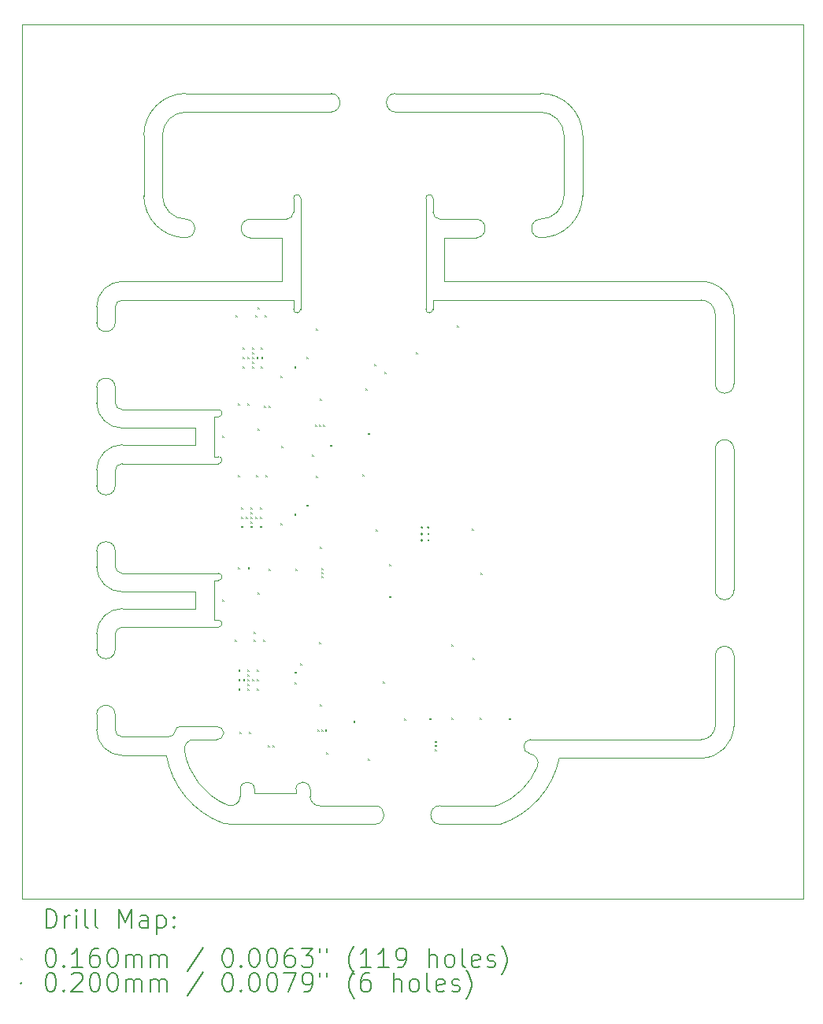
<source format=gbr>
%TF.GenerationSoftware,KiCad,Pcbnew,8.0.2*%
%TF.CreationDate,2024-09-08T21:35:49-05:00*%
%TF.ProjectId,PM1C_Rev_1_2,504d3143-5f52-4657-965f-315f322e6b69,1*%
%TF.SameCoordinates,PX297003ePY8770cd2*%
%TF.FileFunction,Drillmap*%
%TF.FilePolarity,Positive*%
%FSLAX45Y45*%
G04 Gerber Fmt 4.5, Leading zero omitted, Abs format (unit mm)*
G04 Created by KiCad (PCBNEW 8.0.2) date 2024-09-08 21:35:49*
%MOMM*%
%LPD*%
G01*
G04 APERTURE LIST*
%ADD10C,0.050000*%
%ADD11C,0.200000*%
%ADD12C,0.100000*%
G04 APERTURE END LIST*
D10*
X4009706Y8456956D02*
G75*
G02*
X4010127Y8656730I6571J99873D01*
G01*
X1696916Y1851797D02*
X2092457Y1851479D01*
X7451299Y1855148D02*
X7451299Y2619468D01*
X4415422Y6335486D02*
G75*
G02*
X4339222Y6335486I-38100J0D01*
G01*
X1307262Y8204388D02*
X1307358Y7554619D01*
X-43Y9399979D02*
X8399957Y9399979D01*
X8399957Y-21D01*
X-43Y-21D01*
X-43Y9399979D01*
X2916820Y7529854D02*
G75*
G02*
X2993020Y7529854I38100J0D01*
G01*
X999858Y6189978D02*
G75*
G02*
X799599Y6191485I-100091J5911D01*
G01*
X799986Y3738974D02*
G75*
G02*
X1000074Y3742414I100096J-1285D01*
G01*
X2245477Y800264D02*
G75*
G02*
X2155679Y812856I-3740J299815D01*
G01*
X2204555Y1007820D02*
G75*
G02*
X1744683Y1593732I293102J703480D01*
G01*
X2793187Y6636154D02*
X2793283Y7104836D01*
X7651176Y3318797D02*
G75*
G02*
X7451262Y3320089I-99999J-5867D01*
G01*
X799986Y2850461D02*
G75*
G02*
X1078675Y3119543I276211J-7212D01*
G01*
X5824962Y7558971D02*
X5825124Y8202955D01*
X1865390Y5059220D02*
X1865390Y4880216D01*
X4339222Y7529854D02*
G75*
G02*
X4415422Y7529854I38100J0D01*
G01*
X2109728Y3498509D02*
G75*
G02*
X2109728Y3422070I769J-38219D01*
G01*
X5142444Y800461D02*
X4492170Y800461D01*
X1507118Y8202955D02*
X1507214Y7558843D01*
X2345320Y1101480D02*
G75*
G02*
X2204554Y1007817I-101563J29D01*
G01*
X5573408Y8656730D02*
G75*
G02*
X6024981Y8204417I-2171J-453741D01*
G01*
X5573408Y8656730D02*
X4010127Y8656730D01*
X7451169Y6283086D02*
X7451169Y5531874D01*
X2942220Y1177680D02*
G75*
G02*
X3094620Y1177680I76200J0D01*
G01*
X1000074Y2842906D02*
X1000074Y2675173D01*
X1865347Y3298542D02*
X1865347Y3119538D01*
X2155679Y812855D02*
G75*
G02*
X1550548Y1540413I337998J896554D01*
G01*
X1000074Y4601096D02*
G75*
G02*
X1076274Y4677292I76203J-7D01*
G01*
X4539055Y6636182D02*
X7300975Y6636182D01*
X1758834Y8656702D02*
X3322115Y8656702D01*
X2993020Y6335486D02*
G75*
G02*
X2916820Y6335486I-38100J0D01*
G01*
X799986Y3567126D02*
X799986Y3738974D01*
X2449227Y7304870D02*
X2840716Y7304842D01*
X4009706Y8456956D02*
X5571123Y8456956D01*
X2109730Y2995409D02*
X2065730Y2995500D01*
X6024818Y7554775D02*
G75*
G02*
X5572415Y7104991I-454011J4244D01*
G01*
X1076500Y5256500D02*
X1989589Y5256428D01*
X2168877Y1780399D02*
G75*
G02*
X2089957Y1709974I-76130J5881D01*
G01*
X2065728Y3421969D02*
X2065691Y2995485D01*
X2916916Y7381042D02*
G75*
G02*
X2840716Y7304840I-76209J8D01*
G01*
X7298769Y6435486D02*
G75*
G02*
X7451174Y6283086I8J-152397D01*
G01*
X2109959Y4676971D02*
X1989591Y4677062D01*
X3798164Y800264D02*
X2245477Y800264D01*
X2916820Y6335486D02*
X2916820Y6435486D01*
X1761215Y7304842D02*
G75*
G02*
X1507219Y7558843I2J253998D01*
G01*
X1000074Y1816491D02*
X1000074Y1981804D01*
X2109730Y2995409D02*
G75*
G02*
X2109730Y2918970I777J-38220D01*
G01*
X1076271Y3498489D02*
X1989360Y3498417D01*
X1865347Y3119538D02*
X1078675Y3119538D01*
X3196221Y999984D02*
G75*
G02*
X3094622Y1101584I16J101615D01*
G01*
X799599Y6363333D02*
G75*
G02*
X1078885Y6636149I278658J-5904D01*
G01*
X7651176Y3318797D02*
X7651176Y4835700D01*
X1865390Y5059220D02*
X1078717Y5059220D01*
X4339222Y6335486D02*
X4339222Y7529854D01*
X1865390Y4880216D02*
X1078717Y4880216D01*
X2942220Y1135984D02*
X2942220Y1177680D01*
X5463321Y1710827D02*
X5469523Y1711080D01*
X5469523Y1711081D02*
X7298769Y1711081D01*
X7451266Y3320089D02*
X7451266Y4836992D01*
X1076500Y5256500D02*
G75*
G02*
X999998Y5333000I-53J76449D01*
G01*
X1000074Y2842906D02*
G75*
G02*
X1076274Y2919102I76203J-7D01*
G01*
X4490412Y1000098D02*
X5088774Y1000098D01*
X1000500Y5496500D02*
X1000000Y5333000D01*
X2793283Y7104836D02*
X2448806Y7105096D01*
X3094620Y1177680D02*
X3094620Y1101584D01*
X1989490Y2919285D02*
X1076045Y2919285D01*
X5119940Y1005167D02*
G75*
G02*
X5088774Y999983I-28313J73943D01*
G01*
X4539055Y6636182D02*
X4538893Y7104993D01*
X4882949Y7304941D02*
G75*
G02*
X4883370Y7105164I-6152J-99902D01*
G01*
X7302216Y1511511D02*
X5775190Y1511511D01*
X4415422Y7529854D02*
X4415260Y7381170D01*
X1647256Y1807619D02*
G75*
G02*
X1696916Y1851799I49651J-5809D01*
G01*
X7451299Y2619468D02*
G75*
G02*
X7650611Y2619818I99668J-6669D01*
G01*
X1076274Y3498481D02*
G75*
G02*
X1000079Y3574681I-7J76188D01*
G01*
X2109728Y3498509D02*
X1989360Y3498417D01*
X2345320Y1177680D02*
G75*
G02*
X2497720Y1177680I76200J0D01*
G01*
X2109957Y5180071D02*
X2065957Y5179979D01*
X3196221Y999984D02*
X3799351Y999984D01*
X4538893Y7104993D02*
X4883370Y7105167D01*
X999858Y6189978D02*
X999858Y6358266D01*
X800029Y5499652D02*
G75*
G02*
X1000494Y5496500I100188J-4402D01*
G01*
X1000074Y3574681D02*
X1000074Y3742414D01*
X1865347Y3298542D02*
X1078675Y3298542D01*
X7451299Y1855148D02*
G75*
G02*
X7298769Y1711078I-152542J8722D01*
G01*
X2793187Y6636154D02*
X1078885Y6636154D01*
X999858Y6358266D02*
G75*
G02*
X1076274Y6435483I76419J793D01*
G01*
X3799351Y999984D02*
G75*
G02*
X3798164Y800264I-8234J-99815D01*
G01*
X2916820Y6435486D02*
X1076274Y6435486D01*
X2448806Y7105096D02*
G75*
G02*
X2449227Y7304870I6571J99874D01*
G01*
X1761215Y7304842D02*
G75*
G02*
X1759761Y7104838I-6158J-99962D01*
G01*
X7451266Y4836992D02*
G75*
G02*
X7651178Y4835700I99931J-4533D01*
G01*
X799982Y1982425D02*
G75*
G02*
X1000071Y1981804I100035J-3266D01*
G01*
X4415422Y6435486D02*
X4415422Y6335486D01*
X799986Y2850461D02*
X799986Y2678613D01*
X5458944Y1559418D02*
G75*
G02*
X5538730Y1419991I-14097J-100609D01*
G01*
X2993020Y7529854D02*
X2993020Y6335486D01*
X2065957Y5179979D02*
X2065920Y4753496D01*
X4491460Y7304970D02*
X4882949Y7304941D01*
X2109959Y4753420D02*
G75*
G02*
X2109959Y4676979I778J-38220D01*
G01*
X7298769Y6435486D02*
X4415422Y6435486D01*
X2092457Y1851479D02*
G75*
G02*
X2168881Y1780399I-330J-76980D01*
G01*
X5571123Y8456956D02*
G75*
G02*
X5825124Y8202955I-16J-254017D01*
G01*
X2109730Y2918960D02*
X1989362Y2919052D01*
X1000116Y4435851D02*
G75*
G02*
X800028Y4439291I-99993J4735D01*
G01*
X2109957Y5256519D02*
G75*
G02*
X2109957Y5180079I770J-38220D01*
G01*
X800029Y4611139D02*
X800029Y4439291D01*
X5538732Y1419991D02*
G75*
G02*
X5119939Y1005169I-702525J290439D01*
G01*
X1078675Y3298542D02*
G75*
G02*
X799987Y3567126I-2988J275777D01*
G01*
X800029Y4611139D02*
G75*
G02*
X1078717Y4880221I276208J-7210D01*
G01*
X1507118Y8202955D02*
G75*
G02*
X1761119Y8456958I253989J14D01*
G01*
X2497720Y1177680D02*
X2497720Y1135984D01*
X2497720Y1135984D02*
X2942220Y1135984D01*
X2109957Y5256519D02*
X1989589Y5256428D01*
X2109728Y3422060D02*
X2065728Y3421969D01*
X1075846Y1540413D02*
G75*
G02*
X799981Y1817113I411J276276D01*
G01*
X7650683Y6285306D02*
X7651290Y5534094D01*
X2916916Y7381042D02*
X2916820Y7529854D01*
X1744682Y1593732D02*
G75*
G02*
X1844957Y1709972I99535J15507D01*
G01*
X1076274Y1740291D02*
G75*
G02*
X1000079Y1816491I-7J76188D01*
G01*
X800029Y5327804D02*
X800029Y5499652D01*
X1759761Y7104836D02*
G75*
G02*
X1307361Y7554619I1596J454013D01*
G01*
X5824962Y7558971D02*
G75*
G02*
X5570961Y7304974I-253985J-12D01*
G01*
X4492170Y800461D02*
G75*
G02*
X4490412Y1000098I227J99828D01*
G01*
X799982Y1817113D02*
X799982Y1982425D01*
X3322536Y8456927D02*
X1761119Y8456927D01*
X799599Y6363333D02*
X799599Y6191485D01*
X5572415Y7104993D02*
G75*
G02*
X5570961Y7304966I4702J100026D01*
G01*
X1307262Y8204388D02*
G75*
G02*
X1758834Y8656702I453750J-1433D01*
G01*
X1078717Y5059220D02*
G75*
G02*
X800025Y5327804I-3000J275769D01*
G01*
X4491460Y7304970D02*
G75*
G02*
X4415258Y7381170I-3J76199D01*
G01*
X2089957Y1709979D02*
X1844957Y1709979D01*
X7300975Y6636182D02*
G75*
G02*
X7650679Y6285306I-3408J-353103D01*
G01*
X1076274Y1740291D02*
X1571574Y1740291D01*
X1000074Y4601096D02*
X1000116Y4435851D01*
X6024980Y8204417D02*
X6024818Y7554775D01*
X1000074Y2675173D02*
G75*
G02*
X799987Y2678613I-99992J4726D01*
G01*
X3322115Y8656702D02*
G75*
G02*
X3322536Y8456924I-6158J-99902D01*
G01*
X1550549Y1540413D02*
X1075846Y1540413D01*
X7650603Y1855498D02*
X7650603Y2619818D01*
X2345320Y1101480D02*
X2345320Y1177680D01*
X1647256Y1807619D02*
G75*
G02*
X1571574Y1740293I-75679J8871D01*
G01*
X5775190Y1511511D02*
G75*
G02*
X5142444Y800461I-940919J200243D01*
G01*
X5458944Y1559418D02*
G75*
G02*
X5463321Y1710825I10564J75461D01*
G01*
X7650667Y1855496D02*
G75*
G02*
X7302216Y1511516I-351900J7993D01*
G01*
X2109959Y4753420D02*
X2065959Y4753511D01*
X7651290Y5534094D02*
G75*
G02*
X7451165Y5531874I-100074J-125D01*
G01*
X1989719Y4677296D02*
X1076274Y4677296D01*
D11*
D12*
X2150457Y4975479D02*
X2166457Y4959479D01*
X2166457Y4975479D02*
X2150457Y4959479D01*
X2150457Y3217479D02*
X2166457Y3201479D01*
X2166457Y3217479D02*
X2150457Y3201479D01*
X2287069Y2784339D02*
X2303069Y2768339D01*
X2303069Y2784339D02*
X2287069Y2768339D01*
X2295469Y6275989D02*
X2311469Y6259989D01*
X2311469Y6275989D02*
X2295469Y6259989D01*
X2317047Y4553489D02*
X2333047Y4537489D01*
X2333047Y4553489D02*
X2317047Y4537489D01*
X2319741Y5322060D02*
X2335741Y5306060D01*
X2335741Y5322060D02*
X2319741Y5306060D01*
X2319741Y3564360D02*
X2335741Y3548360D01*
X2335741Y3564360D02*
X2319741Y3548360D01*
X2323722Y2460479D02*
X2339722Y2444479D01*
X2339722Y2460479D02*
X2323722Y2444479D01*
X2323722Y2360479D02*
X2339722Y2344479D01*
X2339722Y2360479D02*
X2323722Y2344479D01*
X2323722Y2260479D02*
X2339722Y2244479D01*
X2339722Y2260479D02*
X2323722Y2244479D01*
X2335957Y1796979D02*
X2351957Y1780979D01*
X2351957Y1796979D02*
X2335957Y1780979D01*
X2354535Y4208479D02*
X2370535Y4192479D01*
X2370535Y4208479D02*
X2354535Y4192479D01*
X2354535Y4108479D02*
X2370535Y4092479D01*
X2370535Y4108479D02*
X2354535Y4092479D01*
X2354535Y4008479D02*
X2370535Y3992479D01*
X2370535Y4008479D02*
X2354535Y3992479D01*
X2368035Y5924979D02*
X2384035Y5908979D01*
X2384035Y5924979D02*
X2368035Y5908979D01*
X2368035Y5824979D02*
X2384035Y5808979D01*
X2384035Y5824979D02*
X2368035Y5808979D01*
X2368035Y5724979D02*
X2384035Y5708979D01*
X2384035Y5724979D02*
X2368035Y5708979D01*
X2373722Y2360479D02*
X2389722Y2344479D01*
X2389722Y2360479D02*
X2373722Y2344479D01*
X2404535Y4108479D02*
X2420535Y4092479D01*
X2420535Y4108479D02*
X2404535Y4092479D01*
X2418035Y5824979D02*
X2434035Y5808979D01*
X2434035Y5824979D02*
X2418035Y5808979D01*
X2419741Y5322060D02*
X2435741Y5306060D01*
X2435741Y5322060D02*
X2419741Y5306060D01*
X2423722Y2460479D02*
X2439722Y2444479D01*
X2439722Y2460479D02*
X2423722Y2444479D01*
X2423722Y2410479D02*
X2439722Y2394479D01*
X2439722Y2410479D02*
X2423722Y2394479D01*
X2423722Y2360479D02*
X2439722Y2344479D01*
X2439722Y2360479D02*
X2423722Y2344479D01*
X2423722Y2310479D02*
X2439722Y2294479D01*
X2439722Y2310479D02*
X2423722Y2294479D01*
X2423722Y2260479D02*
X2439722Y2244479D01*
X2439722Y2260479D02*
X2423722Y2244479D01*
X2424957Y3562979D02*
X2440957Y3546979D01*
X2440957Y3562979D02*
X2424957Y3546979D01*
X2437957Y1796979D02*
X2453957Y1780979D01*
X2453957Y1796979D02*
X2437957Y1780979D01*
X2454535Y4208479D02*
X2470535Y4192479D01*
X2470535Y4208479D02*
X2454535Y4192479D01*
X2454535Y4158479D02*
X2470535Y4142479D01*
X2470535Y4158479D02*
X2454535Y4142479D01*
X2454535Y4108479D02*
X2470535Y4092479D01*
X2470535Y4108479D02*
X2454535Y4092479D01*
X2454535Y4058479D02*
X2470535Y4042479D01*
X2470535Y4058479D02*
X2454535Y4042479D01*
X2454535Y4008479D02*
X2470535Y3992479D01*
X2470535Y4008479D02*
X2454535Y3992479D01*
X2468035Y5924979D02*
X2484035Y5908979D01*
X2484035Y5924979D02*
X2468035Y5908979D01*
X2468035Y5874979D02*
X2484035Y5858979D01*
X2484035Y5874979D02*
X2468035Y5858979D01*
X2468035Y5824979D02*
X2484035Y5808979D01*
X2484035Y5824979D02*
X2468035Y5808979D01*
X2468035Y5774979D02*
X2484035Y5758979D01*
X2484035Y5774979D02*
X2468035Y5758979D01*
X2468035Y5724979D02*
X2484035Y5708979D01*
X2484035Y5724979D02*
X2468035Y5708979D01*
X2473722Y2360479D02*
X2489722Y2344479D01*
X2489722Y2360479D02*
X2473722Y2344479D01*
X2487057Y2784329D02*
X2503057Y2768329D01*
X2503057Y2784329D02*
X2487057Y2768329D01*
X2491957Y2869479D02*
X2507957Y2853479D01*
X2507957Y2869479D02*
X2491957Y2853479D01*
X2503957Y6275479D02*
X2519957Y6259479D01*
X2519957Y6275479D02*
X2503957Y6259479D01*
X2504535Y4108479D02*
X2520535Y4092479D01*
X2520535Y4108479D02*
X2504535Y4092479D01*
X2517035Y4553479D02*
X2533035Y4537479D01*
X2533035Y4553479D02*
X2517035Y4537479D01*
X2518035Y5824979D02*
X2534035Y5808979D01*
X2534035Y5824979D02*
X2518035Y5808979D01*
X2523457Y2260479D02*
X2539457Y2244479D01*
X2539457Y2260479D02*
X2523457Y2244479D01*
X2524144Y2460479D02*
X2540144Y2444479D01*
X2540144Y2460479D02*
X2524144Y2444479D01*
X2524144Y2360479D02*
X2540144Y2344479D01*
X2540144Y2360479D02*
X2524144Y2344479D01*
X2526957Y6359479D02*
X2542957Y6343479D01*
X2542957Y6359479D02*
X2526957Y6343479D01*
X2529720Y5052023D02*
X2545720Y5036023D01*
X2545720Y5052023D02*
X2529720Y5036023D01*
X2529720Y3294323D02*
X2545720Y3278323D01*
X2545720Y3294323D02*
X2529720Y3278323D01*
X2554270Y4008479D02*
X2570270Y3992479D01*
X2570270Y4008479D02*
X2554270Y3992479D01*
X2554957Y4208479D02*
X2570957Y4192479D01*
X2570957Y4208479D02*
X2554957Y4192479D01*
X2554957Y4108479D02*
X2570957Y4092479D01*
X2570957Y4108479D02*
X2554957Y4092479D01*
X2566957Y5924979D02*
X2582957Y5908979D01*
X2582957Y5924979D02*
X2566957Y5908979D01*
X2567770Y5724979D02*
X2583770Y5708979D01*
X2583770Y5724979D02*
X2567770Y5708979D01*
X2568457Y5824979D02*
X2584457Y5808979D01*
X2584457Y5824979D02*
X2568457Y5808979D01*
X2587069Y2784339D02*
X2603069Y2768339D01*
X2603069Y2784339D02*
X2587069Y2768339D01*
X2599720Y5302035D02*
X2615720Y5286035D01*
X2615720Y5302035D02*
X2599720Y5286035D01*
X2609457Y6275979D02*
X2625457Y6259979D01*
X2625457Y6275979D02*
X2609457Y6259979D01*
X2617047Y4553489D02*
X2633047Y4537489D01*
X2633047Y4553489D02*
X2617047Y4537489D01*
X2640957Y1649479D02*
X2656957Y1633479D01*
X2656957Y1649479D02*
X2640957Y1633479D01*
X2649720Y5302035D02*
X2665720Y5286035D01*
X2665720Y5302035D02*
X2649720Y5286035D01*
X2649720Y3544335D02*
X2665720Y3528335D01*
X2665720Y3544335D02*
X2649720Y3528335D01*
X2690957Y1649479D02*
X2706957Y1633479D01*
X2706957Y1649479D02*
X2690957Y1633479D01*
X2775864Y5622035D02*
X2791864Y5606035D01*
X2791864Y5622035D02*
X2775864Y5606035D01*
X2775864Y4036835D02*
X2791864Y4020835D01*
X2791864Y4036835D02*
X2775864Y4020835D01*
X2782220Y4864535D02*
X2798220Y4848535D01*
X2798220Y4864535D02*
X2782220Y4848535D01*
X2924720Y5722035D02*
X2940720Y5706035D01*
X2940720Y5722035D02*
X2924720Y5706035D01*
X2924720Y4136835D02*
X2940720Y4120835D01*
X2940720Y4136835D02*
X2924720Y4120835D01*
X2927220Y2441635D02*
X2943220Y2425635D01*
X2943220Y2441635D02*
X2927220Y2425635D01*
X2927220Y2329535D02*
X2943220Y2313535D01*
X2943220Y2329535D02*
X2927220Y2313535D01*
X2938000Y3547500D02*
X2954000Y3531500D01*
X2954000Y3547500D02*
X2938000Y3531500D01*
X2991500Y2533500D02*
X3007500Y2517500D01*
X3007500Y2533500D02*
X2991500Y2517500D01*
X3054720Y5822035D02*
X3070720Y5806035D01*
X3070720Y5822035D02*
X3054720Y5806035D01*
X3054720Y4236835D02*
X3070720Y4220835D01*
X3070720Y4236835D02*
X3054720Y4220835D01*
X3112220Y4777035D02*
X3128220Y4761035D01*
X3128220Y4777035D02*
X3112220Y4761035D01*
X3149720Y5095700D02*
X3165720Y5079700D01*
X3165720Y5095700D02*
X3149720Y5079700D01*
X3157648Y6132655D02*
X3173648Y6116655D01*
X3173648Y6132655D02*
X3157648Y6116655D01*
X3157648Y4547455D02*
X3173648Y4531455D01*
X3173648Y4547455D02*
X3157648Y4531455D01*
X3174720Y1817800D02*
X3190720Y1801800D01*
X3190720Y1817800D02*
X3174720Y1801800D01*
X3189720Y5095700D02*
X3205720Y5079700D01*
X3205720Y5095700D02*
X3189720Y5079700D01*
X3190148Y2757255D02*
X3206148Y2741255D01*
X3206148Y2757255D02*
X3190148Y2741255D01*
X3199049Y5372035D02*
X3215049Y5356035D01*
X3215049Y5372035D02*
X3199049Y5356035D01*
X3199049Y3786835D02*
X3215049Y3770835D01*
X3215049Y3786835D02*
X3199049Y3770835D01*
X3199049Y2094135D02*
X3215049Y2078135D01*
X3215049Y2094135D02*
X3199049Y2078135D01*
X3214720Y3551822D02*
X3230720Y3535822D01*
X3230720Y3551822D02*
X3214720Y3535822D01*
X3214720Y3511823D02*
X3230720Y3495823D01*
X3230720Y3511823D02*
X3214720Y3495823D01*
X3214720Y3471822D02*
X3230720Y3455822D01*
X3230720Y3471822D02*
X3214720Y3455822D01*
X3214720Y1817800D02*
X3230720Y1801800D01*
X3230720Y1817800D02*
X3214720Y1801800D01*
X3229720Y5095700D02*
X3245720Y5079700D01*
X3245720Y5095700D02*
X3229720Y5079700D01*
X3254720Y1817800D02*
X3270720Y1801800D01*
X3270720Y1817800D02*
X3254720Y1801800D01*
X3268500Y1574500D02*
X3284500Y1558500D01*
X3284500Y1574500D02*
X3268500Y1558500D01*
X3312220Y4880792D02*
X3328220Y4864792D01*
X3328220Y4880792D02*
X3312220Y4864792D01*
X3559720Y1914535D02*
X3575720Y1898535D01*
X3575720Y1914535D02*
X3559720Y1898535D01*
X3657210Y4562035D02*
X3673210Y4546035D01*
X3673210Y4562035D02*
X3657210Y4546035D01*
X3689720Y5484534D02*
X3705720Y5468534D01*
X3705720Y5484534D02*
X3689720Y5468534D01*
X3717220Y1509957D02*
X3733220Y1493957D01*
X3733220Y1509957D02*
X3717220Y1493957D01*
X3719720Y5007035D02*
X3735720Y4991035D01*
X3735720Y5007035D02*
X3719720Y4991035D01*
X3784720Y5749535D02*
X3800720Y5733535D01*
X3800720Y5749535D02*
X3784720Y5733535D01*
X3799720Y3970535D02*
X3815720Y3954535D01*
X3815720Y3970535D02*
X3799720Y3954535D01*
X3879720Y2337456D02*
X3895720Y2321456D01*
X3895720Y2337456D02*
X3879720Y2321456D01*
X3892220Y5664535D02*
X3908220Y5648535D01*
X3908220Y5664535D02*
X3892220Y5648535D01*
X3943221Y3255203D02*
X3959221Y3239203D01*
X3959221Y3255203D02*
X3943221Y3239203D01*
X3944720Y3597035D02*
X3960720Y3581035D01*
X3960720Y3597035D02*
X3944720Y3581035D01*
X4104720Y1937035D02*
X4120720Y1921035D01*
X4120720Y1937035D02*
X4104720Y1921035D01*
X4229720Y5877035D02*
X4245720Y5861035D01*
X4245720Y5877035D02*
X4229720Y5861035D01*
X4379720Y1942035D02*
X4395720Y1926035D01*
X4395720Y1942035D02*
X4379720Y1926035D01*
X4432220Y1697035D02*
X4448220Y1681035D01*
X4448220Y1697035D02*
X4432220Y1681035D01*
X4432220Y1654535D02*
X4448220Y1638535D01*
X4448220Y1654535D02*
X4432220Y1638535D01*
X4432220Y1608035D02*
X4448220Y1592035D01*
X4448220Y1608035D02*
X4432220Y1592035D01*
X4612220Y1944535D02*
X4628220Y1928535D01*
X4628220Y1944535D02*
X4612220Y1928535D01*
X4614720Y2737035D02*
X4630720Y2721035D01*
X4630720Y2737035D02*
X4614720Y2721035D01*
X4669720Y6164535D02*
X4685720Y6148535D01*
X4685720Y6164535D02*
X4669720Y6148535D01*
X4829920Y3977035D02*
X4845920Y3961035D01*
X4845920Y3977035D02*
X4829920Y3961035D01*
X4839720Y2589535D02*
X4855720Y2573535D01*
X4855720Y2589535D02*
X4839720Y2573535D01*
X4917620Y1944535D02*
X4933620Y1928535D01*
X4933620Y1944535D02*
X4917620Y1928535D01*
X4924920Y3504535D02*
X4940920Y3488535D01*
X4940920Y3504535D02*
X4924920Y3488535D01*
X5232220Y1942035D02*
X5248220Y1926035D01*
X5248220Y1942035D02*
X5232220Y1926035D01*
X4305820Y3989035D02*
G75*
G02*
X4285820Y3989035I-10000J0D01*
G01*
X4285820Y3989035D02*
G75*
G02*
X4305820Y3989035I10000J0D01*
G01*
X4305820Y3919035D02*
G75*
G02*
X4285820Y3919035I-10000J0D01*
G01*
X4285820Y3919035D02*
G75*
G02*
X4305820Y3919035I10000J0D01*
G01*
X4305820Y3851535D02*
G75*
G02*
X4285820Y3851535I-10000J0D01*
G01*
X4285820Y3851535D02*
G75*
G02*
X4305820Y3851535I10000J0D01*
G01*
X4375820Y3989035D02*
G75*
G02*
X4355820Y3989035I-10000J0D01*
G01*
X4355820Y3989035D02*
G75*
G02*
X4375820Y3989035I10000J0D01*
G01*
X4375820Y3919035D02*
G75*
G02*
X4355820Y3919035I-10000J0D01*
G01*
X4355820Y3919035D02*
G75*
G02*
X4375820Y3919035I10000J0D01*
G01*
X4375820Y3851535D02*
G75*
G02*
X4355820Y3851535I-10000J0D01*
G01*
X4355820Y3851535D02*
G75*
G02*
X4375820Y3851535I10000J0D01*
G01*
D11*
X258234Y-314004D02*
X258234Y-114004D01*
X258234Y-114004D02*
X305853Y-114004D01*
X305853Y-114004D02*
X334424Y-123528D01*
X334424Y-123528D02*
X353472Y-142576D01*
X353472Y-142576D02*
X362996Y-161623D01*
X362996Y-161623D02*
X372519Y-199719D01*
X372519Y-199719D02*
X372519Y-228290D01*
X372519Y-228290D02*
X362996Y-266385D01*
X362996Y-266385D02*
X353472Y-285433D01*
X353472Y-285433D02*
X334424Y-304481D01*
X334424Y-304481D02*
X305853Y-314004D01*
X305853Y-314004D02*
X258234Y-314004D01*
X458234Y-314004D02*
X458234Y-180671D01*
X458234Y-218766D02*
X467758Y-199719D01*
X467758Y-199719D02*
X477281Y-190195D01*
X477281Y-190195D02*
X496329Y-180671D01*
X496329Y-180671D02*
X515377Y-180671D01*
X582043Y-314004D02*
X582043Y-180671D01*
X582043Y-114004D02*
X572520Y-123528D01*
X572520Y-123528D02*
X582043Y-133052D01*
X582043Y-133052D02*
X591567Y-123528D01*
X591567Y-123528D02*
X582043Y-114004D01*
X582043Y-114004D02*
X582043Y-133052D01*
X705853Y-314004D02*
X686805Y-304481D01*
X686805Y-304481D02*
X677281Y-285433D01*
X677281Y-285433D02*
X677281Y-114004D01*
X810615Y-314004D02*
X791567Y-304481D01*
X791567Y-304481D02*
X782043Y-285433D01*
X782043Y-285433D02*
X782043Y-114004D01*
X1039186Y-314004D02*
X1039186Y-114004D01*
X1039186Y-114004D02*
X1105853Y-256861D01*
X1105853Y-256861D02*
X1172520Y-114004D01*
X1172520Y-114004D02*
X1172520Y-314004D01*
X1353472Y-314004D02*
X1353472Y-209242D01*
X1353472Y-209242D02*
X1343948Y-190195D01*
X1343948Y-190195D02*
X1324901Y-180671D01*
X1324901Y-180671D02*
X1286805Y-180671D01*
X1286805Y-180671D02*
X1267758Y-190195D01*
X1353472Y-304481D02*
X1334424Y-314004D01*
X1334424Y-314004D02*
X1286805Y-314004D01*
X1286805Y-314004D02*
X1267758Y-304481D01*
X1267758Y-304481D02*
X1258234Y-285433D01*
X1258234Y-285433D02*
X1258234Y-266385D01*
X1258234Y-266385D02*
X1267758Y-247338D01*
X1267758Y-247338D02*
X1286805Y-237814D01*
X1286805Y-237814D02*
X1334424Y-237814D01*
X1334424Y-237814D02*
X1353472Y-228290D01*
X1448710Y-180671D02*
X1448710Y-380671D01*
X1448710Y-190195D02*
X1467758Y-180671D01*
X1467758Y-180671D02*
X1505853Y-180671D01*
X1505853Y-180671D02*
X1524900Y-190195D01*
X1524900Y-190195D02*
X1534424Y-199719D01*
X1534424Y-199719D02*
X1543948Y-218766D01*
X1543948Y-218766D02*
X1543948Y-275909D01*
X1543948Y-275909D02*
X1534424Y-294957D01*
X1534424Y-294957D02*
X1524900Y-304481D01*
X1524900Y-304481D02*
X1505853Y-314004D01*
X1505853Y-314004D02*
X1467758Y-314004D01*
X1467758Y-314004D02*
X1448710Y-304481D01*
X1629662Y-294957D02*
X1639186Y-304481D01*
X1639186Y-304481D02*
X1629662Y-314004D01*
X1629662Y-314004D02*
X1620139Y-304481D01*
X1620139Y-304481D02*
X1629662Y-294957D01*
X1629662Y-294957D02*
X1629662Y-314004D01*
X1629662Y-190195D02*
X1639186Y-199719D01*
X1639186Y-199719D02*
X1629662Y-209242D01*
X1629662Y-209242D02*
X1620139Y-199719D01*
X1620139Y-199719D02*
X1629662Y-190195D01*
X1629662Y-190195D02*
X1629662Y-209242D01*
D12*
X-18543Y-634521D02*
X-2543Y-650521D01*
X-2543Y-634521D02*
X-18543Y-650521D01*
D11*
X296329Y-534004D02*
X315377Y-534004D01*
X315377Y-534004D02*
X334424Y-543528D01*
X334424Y-543528D02*
X343948Y-553052D01*
X343948Y-553052D02*
X353472Y-572100D01*
X353472Y-572100D02*
X362996Y-610195D01*
X362996Y-610195D02*
X362996Y-657814D01*
X362996Y-657814D02*
X353472Y-695909D01*
X353472Y-695909D02*
X343948Y-714957D01*
X343948Y-714957D02*
X334424Y-724481D01*
X334424Y-724481D02*
X315377Y-734004D01*
X315377Y-734004D02*
X296329Y-734004D01*
X296329Y-734004D02*
X277281Y-724481D01*
X277281Y-724481D02*
X267758Y-714957D01*
X267758Y-714957D02*
X258234Y-695909D01*
X258234Y-695909D02*
X248710Y-657814D01*
X248710Y-657814D02*
X248710Y-610195D01*
X248710Y-610195D02*
X258234Y-572100D01*
X258234Y-572100D02*
X267758Y-553052D01*
X267758Y-553052D02*
X277281Y-543528D01*
X277281Y-543528D02*
X296329Y-534004D01*
X448710Y-714957D02*
X458234Y-724481D01*
X458234Y-724481D02*
X448710Y-734004D01*
X448710Y-734004D02*
X439186Y-724481D01*
X439186Y-724481D02*
X448710Y-714957D01*
X448710Y-714957D02*
X448710Y-734004D01*
X648710Y-734004D02*
X534424Y-734004D01*
X591567Y-734004D02*
X591567Y-534004D01*
X591567Y-534004D02*
X572520Y-562576D01*
X572520Y-562576D02*
X553472Y-581623D01*
X553472Y-581623D02*
X534424Y-591147D01*
X820139Y-534004D02*
X782043Y-534004D01*
X782043Y-534004D02*
X762996Y-543528D01*
X762996Y-543528D02*
X753472Y-553052D01*
X753472Y-553052D02*
X734424Y-581623D01*
X734424Y-581623D02*
X724900Y-619719D01*
X724900Y-619719D02*
X724900Y-695909D01*
X724900Y-695909D02*
X734424Y-714957D01*
X734424Y-714957D02*
X743948Y-724481D01*
X743948Y-724481D02*
X762996Y-734004D01*
X762996Y-734004D02*
X801091Y-734004D01*
X801091Y-734004D02*
X820139Y-724481D01*
X820139Y-724481D02*
X829662Y-714957D01*
X829662Y-714957D02*
X839186Y-695909D01*
X839186Y-695909D02*
X839186Y-648290D01*
X839186Y-648290D02*
X829662Y-629243D01*
X829662Y-629243D02*
X820139Y-619719D01*
X820139Y-619719D02*
X801091Y-610195D01*
X801091Y-610195D02*
X762996Y-610195D01*
X762996Y-610195D02*
X743948Y-619719D01*
X743948Y-619719D02*
X734424Y-629243D01*
X734424Y-629243D02*
X724900Y-648290D01*
X962996Y-534004D02*
X982043Y-534004D01*
X982043Y-534004D02*
X1001091Y-543528D01*
X1001091Y-543528D02*
X1010615Y-553052D01*
X1010615Y-553052D02*
X1020139Y-572100D01*
X1020139Y-572100D02*
X1029662Y-610195D01*
X1029662Y-610195D02*
X1029662Y-657814D01*
X1029662Y-657814D02*
X1020139Y-695909D01*
X1020139Y-695909D02*
X1010615Y-714957D01*
X1010615Y-714957D02*
X1001091Y-724481D01*
X1001091Y-724481D02*
X982043Y-734004D01*
X982043Y-734004D02*
X962996Y-734004D01*
X962996Y-734004D02*
X943948Y-724481D01*
X943948Y-724481D02*
X934424Y-714957D01*
X934424Y-714957D02*
X924900Y-695909D01*
X924900Y-695909D02*
X915377Y-657814D01*
X915377Y-657814D02*
X915377Y-610195D01*
X915377Y-610195D02*
X924900Y-572100D01*
X924900Y-572100D02*
X934424Y-553052D01*
X934424Y-553052D02*
X943948Y-543528D01*
X943948Y-543528D02*
X962996Y-534004D01*
X1115377Y-734004D02*
X1115377Y-600671D01*
X1115377Y-619719D02*
X1124901Y-610195D01*
X1124901Y-610195D02*
X1143948Y-600671D01*
X1143948Y-600671D02*
X1172520Y-600671D01*
X1172520Y-600671D02*
X1191567Y-610195D01*
X1191567Y-610195D02*
X1201091Y-629243D01*
X1201091Y-629243D02*
X1201091Y-734004D01*
X1201091Y-629243D02*
X1210615Y-610195D01*
X1210615Y-610195D02*
X1229662Y-600671D01*
X1229662Y-600671D02*
X1258234Y-600671D01*
X1258234Y-600671D02*
X1277282Y-610195D01*
X1277282Y-610195D02*
X1286805Y-629243D01*
X1286805Y-629243D02*
X1286805Y-734004D01*
X1382043Y-734004D02*
X1382043Y-600671D01*
X1382043Y-619719D02*
X1391567Y-610195D01*
X1391567Y-610195D02*
X1410615Y-600671D01*
X1410615Y-600671D02*
X1439186Y-600671D01*
X1439186Y-600671D02*
X1458234Y-610195D01*
X1458234Y-610195D02*
X1467758Y-629243D01*
X1467758Y-629243D02*
X1467758Y-734004D01*
X1467758Y-629243D02*
X1477281Y-610195D01*
X1477281Y-610195D02*
X1496329Y-600671D01*
X1496329Y-600671D02*
X1524900Y-600671D01*
X1524900Y-600671D02*
X1543948Y-610195D01*
X1543948Y-610195D02*
X1553472Y-629243D01*
X1553472Y-629243D02*
X1553472Y-734004D01*
X1943948Y-524481D02*
X1772520Y-781623D01*
X2201091Y-534004D02*
X2220139Y-534004D01*
X2220139Y-534004D02*
X2239186Y-543528D01*
X2239186Y-543528D02*
X2248710Y-553052D01*
X2248710Y-553052D02*
X2258234Y-572100D01*
X2258234Y-572100D02*
X2267758Y-610195D01*
X2267758Y-610195D02*
X2267758Y-657814D01*
X2267758Y-657814D02*
X2258234Y-695909D01*
X2258234Y-695909D02*
X2248710Y-714957D01*
X2248710Y-714957D02*
X2239186Y-724481D01*
X2239186Y-724481D02*
X2220139Y-734004D01*
X2220139Y-734004D02*
X2201091Y-734004D01*
X2201091Y-734004D02*
X2182044Y-724481D01*
X2182044Y-724481D02*
X2172520Y-714957D01*
X2172520Y-714957D02*
X2162996Y-695909D01*
X2162996Y-695909D02*
X2153472Y-657814D01*
X2153472Y-657814D02*
X2153472Y-610195D01*
X2153472Y-610195D02*
X2162996Y-572100D01*
X2162996Y-572100D02*
X2172520Y-553052D01*
X2172520Y-553052D02*
X2182044Y-543528D01*
X2182044Y-543528D02*
X2201091Y-534004D01*
X2353472Y-714957D02*
X2362996Y-724481D01*
X2362996Y-724481D02*
X2353472Y-734004D01*
X2353472Y-734004D02*
X2343948Y-724481D01*
X2343948Y-724481D02*
X2353472Y-714957D01*
X2353472Y-714957D02*
X2353472Y-734004D01*
X2486805Y-534004D02*
X2505853Y-534004D01*
X2505853Y-534004D02*
X2524901Y-543528D01*
X2524901Y-543528D02*
X2534425Y-553052D01*
X2534425Y-553052D02*
X2543948Y-572100D01*
X2543948Y-572100D02*
X2553472Y-610195D01*
X2553472Y-610195D02*
X2553472Y-657814D01*
X2553472Y-657814D02*
X2543948Y-695909D01*
X2543948Y-695909D02*
X2534425Y-714957D01*
X2534425Y-714957D02*
X2524901Y-724481D01*
X2524901Y-724481D02*
X2505853Y-734004D01*
X2505853Y-734004D02*
X2486805Y-734004D01*
X2486805Y-734004D02*
X2467758Y-724481D01*
X2467758Y-724481D02*
X2458234Y-714957D01*
X2458234Y-714957D02*
X2448710Y-695909D01*
X2448710Y-695909D02*
X2439186Y-657814D01*
X2439186Y-657814D02*
X2439186Y-610195D01*
X2439186Y-610195D02*
X2448710Y-572100D01*
X2448710Y-572100D02*
X2458234Y-553052D01*
X2458234Y-553052D02*
X2467758Y-543528D01*
X2467758Y-543528D02*
X2486805Y-534004D01*
X2677282Y-534004D02*
X2696329Y-534004D01*
X2696329Y-534004D02*
X2715377Y-543528D01*
X2715377Y-543528D02*
X2724901Y-553052D01*
X2724901Y-553052D02*
X2734425Y-572100D01*
X2734425Y-572100D02*
X2743948Y-610195D01*
X2743948Y-610195D02*
X2743948Y-657814D01*
X2743948Y-657814D02*
X2734425Y-695909D01*
X2734425Y-695909D02*
X2724901Y-714957D01*
X2724901Y-714957D02*
X2715377Y-724481D01*
X2715377Y-724481D02*
X2696329Y-734004D01*
X2696329Y-734004D02*
X2677282Y-734004D01*
X2677282Y-734004D02*
X2658234Y-724481D01*
X2658234Y-724481D02*
X2648710Y-714957D01*
X2648710Y-714957D02*
X2639186Y-695909D01*
X2639186Y-695909D02*
X2629663Y-657814D01*
X2629663Y-657814D02*
X2629663Y-610195D01*
X2629663Y-610195D02*
X2639186Y-572100D01*
X2639186Y-572100D02*
X2648710Y-553052D01*
X2648710Y-553052D02*
X2658234Y-543528D01*
X2658234Y-543528D02*
X2677282Y-534004D01*
X2915377Y-534004D02*
X2877282Y-534004D01*
X2877282Y-534004D02*
X2858234Y-543528D01*
X2858234Y-543528D02*
X2848710Y-553052D01*
X2848710Y-553052D02*
X2829663Y-581623D01*
X2829663Y-581623D02*
X2820139Y-619719D01*
X2820139Y-619719D02*
X2820139Y-695909D01*
X2820139Y-695909D02*
X2829663Y-714957D01*
X2829663Y-714957D02*
X2839186Y-724481D01*
X2839186Y-724481D02*
X2858234Y-734004D01*
X2858234Y-734004D02*
X2896329Y-734004D01*
X2896329Y-734004D02*
X2915377Y-724481D01*
X2915377Y-724481D02*
X2924901Y-714957D01*
X2924901Y-714957D02*
X2934424Y-695909D01*
X2934424Y-695909D02*
X2934424Y-648290D01*
X2934424Y-648290D02*
X2924901Y-629243D01*
X2924901Y-629243D02*
X2915377Y-619719D01*
X2915377Y-619719D02*
X2896329Y-610195D01*
X2896329Y-610195D02*
X2858234Y-610195D01*
X2858234Y-610195D02*
X2839186Y-619719D01*
X2839186Y-619719D02*
X2829663Y-629243D01*
X2829663Y-629243D02*
X2820139Y-648290D01*
X3001091Y-534004D02*
X3124901Y-534004D01*
X3124901Y-534004D02*
X3058234Y-610195D01*
X3058234Y-610195D02*
X3086805Y-610195D01*
X3086805Y-610195D02*
X3105853Y-619719D01*
X3105853Y-619719D02*
X3115377Y-629243D01*
X3115377Y-629243D02*
X3124901Y-648290D01*
X3124901Y-648290D02*
X3124901Y-695909D01*
X3124901Y-695909D02*
X3115377Y-714957D01*
X3115377Y-714957D02*
X3105853Y-724481D01*
X3105853Y-724481D02*
X3086805Y-734004D01*
X3086805Y-734004D02*
X3029663Y-734004D01*
X3029663Y-734004D02*
X3010615Y-724481D01*
X3010615Y-724481D02*
X3001091Y-714957D01*
X3201091Y-534004D02*
X3201091Y-572100D01*
X3277282Y-534004D02*
X3277282Y-572100D01*
X3572520Y-810195D02*
X3562996Y-800671D01*
X3562996Y-800671D02*
X3543948Y-772100D01*
X3543948Y-772100D02*
X3534425Y-753052D01*
X3534425Y-753052D02*
X3524901Y-724481D01*
X3524901Y-724481D02*
X3515377Y-676862D01*
X3515377Y-676862D02*
X3515377Y-638766D01*
X3515377Y-638766D02*
X3524901Y-591147D01*
X3524901Y-591147D02*
X3534425Y-562576D01*
X3534425Y-562576D02*
X3543948Y-543528D01*
X3543948Y-543528D02*
X3562996Y-514957D01*
X3562996Y-514957D02*
X3572520Y-505433D01*
X3753472Y-734004D02*
X3639186Y-734004D01*
X3696329Y-734004D02*
X3696329Y-534004D01*
X3696329Y-534004D02*
X3677282Y-562576D01*
X3677282Y-562576D02*
X3658234Y-581623D01*
X3658234Y-581623D02*
X3639186Y-591147D01*
X3943948Y-734004D02*
X3829663Y-734004D01*
X3886805Y-734004D02*
X3886805Y-534004D01*
X3886805Y-534004D02*
X3867758Y-562576D01*
X3867758Y-562576D02*
X3848710Y-581623D01*
X3848710Y-581623D02*
X3829663Y-591147D01*
X4039186Y-734004D02*
X4077282Y-734004D01*
X4077282Y-734004D02*
X4096329Y-724481D01*
X4096329Y-724481D02*
X4105853Y-714957D01*
X4105853Y-714957D02*
X4124901Y-686385D01*
X4124901Y-686385D02*
X4134425Y-648290D01*
X4134425Y-648290D02*
X4134425Y-572100D01*
X4134425Y-572100D02*
X4124901Y-553052D01*
X4124901Y-553052D02*
X4115377Y-543528D01*
X4115377Y-543528D02*
X4096329Y-534004D01*
X4096329Y-534004D02*
X4058234Y-534004D01*
X4058234Y-534004D02*
X4039186Y-543528D01*
X4039186Y-543528D02*
X4029663Y-553052D01*
X4029663Y-553052D02*
X4020139Y-572100D01*
X4020139Y-572100D02*
X4020139Y-619719D01*
X4020139Y-619719D02*
X4029663Y-638766D01*
X4029663Y-638766D02*
X4039186Y-648290D01*
X4039186Y-648290D02*
X4058234Y-657814D01*
X4058234Y-657814D02*
X4096329Y-657814D01*
X4096329Y-657814D02*
X4115377Y-648290D01*
X4115377Y-648290D02*
X4124901Y-638766D01*
X4124901Y-638766D02*
X4134425Y-619719D01*
X4372520Y-734004D02*
X4372520Y-534004D01*
X4458234Y-734004D02*
X4458234Y-629243D01*
X4458234Y-629243D02*
X4448710Y-610195D01*
X4448710Y-610195D02*
X4429663Y-600671D01*
X4429663Y-600671D02*
X4401091Y-600671D01*
X4401091Y-600671D02*
X4382044Y-610195D01*
X4382044Y-610195D02*
X4372520Y-619719D01*
X4582044Y-734004D02*
X4562996Y-724481D01*
X4562996Y-724481D02*
X4553472Y-714957D01*
X4553472Y-714957D02*
X4543949Y-695909D01*
X4543949Y-695909D02*
X4543949Y-638766D01*
X4543949Y-638766D02*
X4553472Y-619719D01*
X4553472Y-619719D02*
X4562996Y-610195D01*
X4562996Y-610195D02*
X4582044Y-600671D01*
X4582044Y-600671D02*
X4610615Y-600671D01*
X4610615Y-600671D02*
X4629663Y-610195D01*
X4629663Y-610195D02*
X4639187Y-619719D01*
X4639187Y-619719D02*
X4648710Y-638766D01*
X4648710Y-638766D02*
X4648710Y-695909D01*
X4648710Y-695909D02*
X4639187Y-714957D01*
X4639187Y-714957D02*
X4629663Y-724481D01*
X4629663Y-724481D02*
X4610615Y-734004D01*
X4610615Y-734004D02*
X4582044Y-734004D01*
X4762996Y-734004D02*
X4743949Y-724481D01*
X4743949Y-724481D02*
X4734425Y-705433D01*
X4734425Y-705433D02*
X4734425Y-534004D01*
X4915377Y-724481D02*
X4896330Y-734004D01*
X4896330Y-734004D02*
X4858234Y-734004D01*
X4858234Y-734004D02*
X4839187Y-724481D01*
X4839187Y-724481D02*
X4829663Y-705433D01*
X4829663Y-705433D02*
X4829663Y-629243D01*
X4829663Y-629243D02*
X4839187Y-610195D01*
X4839187Y-610195D02*
X4858234Y-600671D01*
X4858234Y-600671D02*
X4896330Y-600671D01*
X4896330Y-600671D02*
X4915377Y-610195D01*
X4915377Y-610195D02*
X4924901Y-629243D01*
X4924901Y-629243D02*
X4924901Y-648290D01*
X4924901Y-648290D02*
X4829663Y-667338D01*
X5001091Y-724481D02*
X5020139Y-734004D01*
X5020139Y-734004D02*
X5058234Y-734004D01*
X5058234Y-734004D02*
X5077282Y-724481D01*
X5077282Y-724481D02*
X5086806Y-705433D01*
X5086806Y-705433D02*
X5086806Y-695909D01*
X5086806Y-695909D02*
X5077282Y-676862D01*
X5077282Y-676862D02*
X5058234Y-667338D01*
X5058234Y-667338D02*
X5029663Y-667338D01*
X5029663Y-667338D02*
X5010615Y-657814D01*
X5010615Y-657814D02*
X5001091Y-638766D01*
X5001091Y-638766D02*
X5001091Y-629243D01*
X5001091Y-629243D02*
X5010615Y-610195D01*
X5010615Y-610195D02*
X5029663Y-600671D01*
X5029663Y-600671D02*
X5058234Y-600671D01*
X5058234Y-600671D02*
X5077282Y-610195D01*
X5153472Y-810195D02*
X5162996Y-800671D01*
X5162996Y-800671D02*
X5182044Y-772100D01*
X5182044Y-772100D02*
X5191568Y-753052D01*
X5191568Y-753052D02*
X5201091Y-724481D01*
X5201091Y-724481D02*
X5210615Y-676862D01*
X5210615Y-676862D02*
X5210615Y-638766D01*
X5210615Y-638766D02*
X5201091Y-591147D01*
X5201091Y-591147D02*
X5191568Y-562576D01*
X5191568Y-562576D02*
X5182044Y-543528D01*
X5182044Y-543528D02*
X5162996Y-514957D01*
X5162996Y-514957D02*
X5153472Y-505433D01*
D12*
X-2543Y-906521D02*
G75*
G02*
X-22543Y-906521I-10000J0D01*
G01*
X-22543Y-906521D02*
G75*
G02*
X-2543Y-906521I10000J0D01*
G01*
D11*
X296329Y-798004D02*
X315377Y-798004D01*
X315377Y-798004D02*
X334424Y-807528D01*
X334424Y-807528D02*
X343948Y-817052D01*
X343948Y-817052D02*
X353472Y-836100D01*
X353472Y-836100D02*
X362996Y-874195D01*
X362996Y-874195D02*
X362996Y-921814D01*
X362996Y-921814D02*
X353472Y-959909D01*
X353472Y-959909D02*
X343948Y-978957D01*
X343948Y-978957D02*
X334424Y-988481D01*
X334424Y-988481D02*
X315377Y-998004D01*
X315377Y-998004D02*
X296329Y-998004D01*
X296329Y-998004D02*
X277281Y-988481D01*
X277281Y-988481D02*
X267758Y-978957D01*
X267758Y-978957D02*
X258234Y-959909D01*
X258234Y-959909D02*
X248710Y-921814D01*
X248710Y-921814D02*
X248710Y-874195D01*
X248710Y-874195D02*
X258234Y-836100D01*
X258234Y-836100D02*
X267758Y-817052D01*
X267758Y-817052D02*
X277281Y-807528D01*
X277281Y-807528D02*
X296329Y-798004D01*
X448710Y-978957D02*
X458234Y-988481D01*
X458234Y-988481D02*
X448710Y-998004D01*
X448710Y-998004D02*
X439186Y-988481D01*
X439186Y-988481D02*
X448710Y-978957D01*
X448710Y-978957D02*
X448710Y-998004D01*
X534424Y-817052D02*
X543948Y-807528D01*
X543948Y-807528D02*
X562996Y-798004D01*
X562996Y-798004D02*
X610615Y-798004D01*
X610615Y-798004D02*
X629662Y-807528D01*
X629662Y-807528D02*
X639186Y-817052D01*
X639186Y-817052D02*
X648710Y-836100D01*
X648710Y-836100D02*
X648710Y-855147D01*
X648710Y-855147D02*
X639186Y-883719D01*
X639186Y-883719D02*
X524901Y-998004D01*
X524901Y-998004D02*
X648710Y-998004D01*
X772519Y-798004D02*
X791567Y-798004D01*
X791567Y-798004D02*
X810615Y-807528D01*
X810615Y-807528D02*
X820139Y-817052D01*
X820139Y-817052D02*
X829662Y-836100D01*
X829662Y-836100D02*
X839186Y-874195D01*
X839186Y-874195D02*
X839186Y-921814D01*
X839186Y-921814D02*
X829662Y-959909D01*
X829662Y-959909D02*
X820139Y-978957D01*
X820139Y-978957D02*
X810615Y-988481D01*
X810615Y-988481D02*
X791567Y-998004D01*
X791567Y-998004D02*
X772519Y-998004D01*
X772519Y-998004D02*
X753472Y-988481D01*
X753472Y-988481D02*
X743948Y-978957D01*
X743948Y-978957D02*
X734424Y-959909D01*
X734424Y-959909D02*
X724900Y-921814D01*
X724900Y-921814D02*
X724900Y-874195D01*
X724900Y-874195D02*
X734424Y-836100D01*
X734424Y-836100D02*
X743948Y-817052D01*
X743948Y-817052D02*
X753472Y-807528D01*
X753472Y-807528D02*
X772519Y-798004D01*
X962996Y-798004D02*
X982043Y-798004D01*
X982043Y-798004D02*
X1001091Y-807528D01*
X1001091Y-807528D02*
X1010615Y-817052D01*
X1010615Y-817052D02*
X1020139Y-836100D01*
X1020139Y-836100D02*
X1029662Y-874195D01*
X1029662Y-874195D02*
X1029662Y-921814D01*
X1029662Y-921814D02*
X1020139Y-959909D01*
X1020139Y-959909D02*
X1010615Y-978957D01*
X1010615Y-978957D02*
X1001091Y-988481D01*
X1001091Y-988481D02*
X982043Y-998004D01*
X982043Y-998004D02*
X962996Y-998004D01*
X962996Y-998004D02*
X943948Y-988481D01*
X943948Y-988481D02*
X934424Y-978957D01*
X934424Y-978957D02*
X924900Y-959909D01*
X924900Y-959909D02*
X915377Y-921814D01*
X915377Y-921814D02*
X915377Y-874195D01*
X915377Y-874195D02*
X924900Y-836100D01*
X924900Y-836100D02*
X934424Y-817052D01*
X934424Y-817052D02*
X943948Y-807528D01*
X943948Y-807528D02*
X962996Y-798004D01*
X1115377Y-998004D02*
X1115377Y-864671D01*
X1115377Y-883719D02*
X1124901Y-874195D01*
X1124901Y-874195D02*
X1143948Y-864671D01*
X1143948Y-864671D02*
X1172520Y-864671D01*
X1172520Y-864671D02*
X1191567Y-874195D01*
X1191567Y-874195D02*
X1201091Y-893242D01*
X1201091Y-893242D02*
X1201091Y-998004D01*
X1201091Y-893242D02*
X1210615Y-874195D01*
X1210615Y-874195D02*
X1229662Y-864671D01*
X1229662Y-864671D02*
X1258234Y-864671D01*
X1258234Y-864671D02*
X1277282Y-874195D01*
X1277282Y-874195D02*
X1286805Y-893242D01*
X1286805Y-893242D02*
X1286805Y-998004D01*
X1382043Y-998004D02*
X1382043Y-864671D01*
X1382043Y-883719D02*
X1391567Y-874195D01*
X1391567Y-874195D02*
X1410615Y-864671D01*
X1410615Y-864671D02*
X1439186Y-864671D01*
X1439186Y-864671D02*
X1458234Y-874195D01*
X1458234Y-874195D02*
X1467758Y-893242D01*
X1467758Y-893242D02*
X1467758Y-998004D01*
X1467758Y-893242D02*
X1477281Y-874195D01*
X1477281Y-874195D02*
X1496329Y-864671D01*
X1496329Y-864671D02*
X1524900Y-864671D01*
X1524900Y-864671D02*
X1543948Y-874195D01*
X1543948Y-874195D02*
X1553472Y-893242D01*
X1553472Y-893242D02*
X1553472Y-998004D01*
X1943948Y-788481D02*
X1772520Y-1045623D01*
X2201091Y-798004D02*
X2220139Y-798004D01*
X2220139Y-798004D02*
X2239186Y-807528D01*
X2239186Y-807528D02*
X2248710Y-817052D01*
X2248710Y-817052D02*
X2258234Y-836100D01*
X2258234Y-836100D02*
X2267758Y-874195D01*
X2267758Y-874195D02*
X2267758Y-921814D01*
X2267758Y-921814D02*
X2258234Y-959909D01*
X2258234Y-959909D02*
X2248710Y-978957D01*
X2248710Y-978957D02*
X2239186Y-988481D01*
X2239186Y-988481D02*
X2220139Y-998004D01*
X2220139Y-998004D02*
X2201091Y-998004D01*
X2201091Y-998004D02*
X2182044Y-988481D01*
X2182044Y-988481D02*
X2172520Y-978957D01*
X2172520Y-978957D02*
X2162996Y-959909D01*
X2162996Y-959909D02*
X2153472Y-921814D01*
X2153472Y-921814D02*
X2153472Y-874195D01*
X2153472Y-874195D02*
X2162996Y-836100D01*
X2162996Y-836100D02*
X2172520Y-817052D01*
X2172520Y-817052D02*
X2182044Y-807528D01*
X2182044Y-807528D02*
X2201091Y-798004D01*
X2353472Y-978957D02*
X2362996Y-988481D01*
X2362996Y-988481D02*
X2353472Y-998004D01*
X2353472Y-998004D02*
X2343948Y-988481D01*
X2343948Y-988481D02*
X2353472Y-978957D01*
X2353472Y-978957D02*
X2353472Y-998004D01*
X2486805Y-798004D02*
X2505853Y-798004D01*
X2505853Y-798004D02*
X2524901Y-807528D01*
X2524901Y-807528D02*
X2534425Y-817052D01*
X2534425Y-817052D02*
X2543948Y-836100D01*
X2543948Y-836100D02*
X2553472Y-874195D01*
X2553472Y-874195D02*
X2553472Y-921814D01*
X2553472Y-921814D02*
X2543948Y-959909D01*
X2543948Y-959909D02*
X2534425Y-978957D01*
X2534425Y-978957D02*
X2524901Y-988481D01*
X2524901Y-988481D02*
X2505853Y-998004D01*
X2505853Y-998004D02*
X2486805Y-998004D01*
X2486805Y-998004D02*
X2467758Y-988481D01*
X2467758Y-988481D02*
X2458234Y-978957D01*
X2458234Y-978957D02*
X2448710Y-959909D01*
X2448710Y-959909D02*
X2439186Y-921814D01*
X2439186Y-921814D02*
X2439186Y-874195D01*
X2439186Y-874195D02*
X2448710Y-836100D01*
X2448710Y-836100D02*
X2458234Y-817052D01*
X2458234Y-817052D02*
X2467758Y-807528D01*
X2467758Y-807528D02*
X2486805Y-798004D01*
X2677282Y-798004D02*
X2696329Y-798004D01*
X2696329Y-798004D02*
X2715377Y-807528D01*
X2715377Y-807528D02*
X2724901Y-817052D01*
X2724901Y-817052D02*
X2734425Y-836100D01*
X2734425Y-836100D02*
X2743948Y-874195D01*
X2743948Y-874195D02*
X2743948Y-921814D01*
X2743948Y-921814D02*
X2734425Y-959909D01*
X2734425Y-959909D02*
X2724901Y-978957D01*
X2724901Y-978957D02*
X2715377Y-988481D01*
X2715377Y-988481D02*
X2696329Y-998004D01*
X2696329Y-998004D02*
X2677282Y-998004D01*
X2677282Y-998004D02*
X2658234Y-988481D01*
X2658234Y-988481D02*
X2648710Y-978957D01*
X2648710Y-978957D02*
X2639186Y-959909D01*
X2639186Y-959909D02*
X2629663Y-921814D01*
X2629663Y-921814D02*
X2629663Y-874195D01*
X2629663Y-874195D02*
X2639186Y-836100D01*
X2639186Y-836100D02*
X2648710Y-817052D01*
X2648710Y-817052D02*
X2658234Y-807528D01*
X2658234Y-807528D02*
X2677282Y-798004D01*
X2810615Y-798004D02*
X2943948Y-798004D01*
X2943948Y-798004D02*
X2858234Y-998004D01*
X3029663Y-998004D02*
X3067758Y-998004D01*
X3067758Y-998004D02*
X3086805Y-988481D01*
X3086805Y-988481D02*
X3096329Y-978957D01*
X3096329Y-978957D02*
X3115377Y-950385D01*
X3115377Y-950385D02*
X3124901Y-912290D01*
X3124901Y-912290D02*
X3124901Y-836100D01*
X3124901Y-836100D02*
X3115377Y-817052D01*
X3115377Y-817052D02*
X3105853Y-807528D01*
X3105853Y-807528D02*
X3086805Y-798004D01*
X3086805Y-798004D02*
X3048710Y-798004D01*
X3048710Y-798004D02*
X3029663Y-807528D01*
X3029663Y-807528D02*
X3020139Y-817052D01*
X3020139Y-817052D02*
X3010615Y-836100D01*
X3010615Y-836100D02*
X3010615Y-883719D01*
X3010615Y-883719D02*
X3020139Y-902766D01*
X3020139Y-902766D02*
X3029663Y-912290D01*
X3029663Y-912290D02*
X3048710Y-921814D01*
X3048710Y-921814D02*
X3086805Y-921814D01*
X3086805Y-921814D02*
X3105853Y-912290D01*
X3105853Y-912290D02*
X3115377Y-902766D01*
X3115377Y-902766D02*
X3124901Y-883719D01*
X3201091Y-798004D02*
X3201091Y-836100D01*
X3277282Y-798004D02*
X3277282Y-836100D01*
X3572520Y-1074195D02*
X3562996Y-1064671D01*
X3562996Y-1064671D02*
X3543948Y-1036100D01*
X3543948Y-1036100D02*
X3534425Y-1017052D01*
X3534425Y-1017052D02*
X3524901Y-988481D01*
X3524901Y-988481D02*
X3515377Y-940861D01*
X3515377Y-940861D02*
X3515377Y-902766D01*
X3515377Y-902766D02*
X3524901Y-855147D01*
X3524901Y-855147D02*
X3534425Y-826576D01*
X3534425Y-826576D02*
X3543948Y-807528D01*
X3543948Y-807528D02*
X3562996Y-778957D01*
X3562996Y-778957D02*
X3572520Y-769433D01*
X3734425Y-798004D02*
X3696329Y-798004D01*
X3696329Y-798004D02*
X3677282Y-807528D01*
X3677282Y-807528D02*
X3667758Y-817052D01*
X3667758Y-817052D02*
X3648710Y-845623D01*
X3648710Y-845623D02*
X3639186Y-883719D01*
X3639186Y-883719D02*
X3639186Y-959909D01*
X3639186Y-959909D02*
X3648710Y-978957D01*
X3648710Y-978957D02*
X3658234Y-988481D01*
X3658234Y-988481D02*
X3677282Y-998004D01*
X3677282Y-998004D02*
X3715377Y-998004D01*
X3715377Y-998004D02*
X3734425Y-988481D01*
X3734425Y-988481D02*
X3743948Y-978957D01*
X3743948Y-978957D02*
X3753472Y-959909D01*
X3753472Y-959909D02*
X3753472Y-912290D01*
X3753472Y-912290D02*
X3743948Y-893242D01*
X3743948Y-893242D02*
X3734425Y-883719D01*
X3734425Y-883719D02*
X3715377Y-874195D01*
X3715377Y-874195D02*
X3677282Y-874195D01*
X3677282Y-874195D02*
X3658234Y-883719D01*
X3658234Y-883719D02*
X3648710Y-893242D01*
X3648710Y-893242D02*
X3639186Y-912290D01*
X3991567Y-998004D02*
X3991567Y-798004D01*
X4077282Y-998004D02*
X4077282Y-893242D01*
X4077282Y-893242D02*
X4067758Y-874195D01*
X4067758Y-874195D02*
X4048710Y-864671D01*
X4048710Y-864671D02*
X4020139Y-864671D01*
X4020139Y-864671D02*
X4001091Y-874195D01*
X4001091Y-874195D02*
X3991567Y-883719D01*
X4201091Y-998004D02*
X4182044Y-988481D01*
X4182044Y-988481D02*
X4172520Y-978957D01*
X4172520Y-978957D02*
X4162996Y-959909D01*
X4162996Y-959909D02*
X4162996Y-902766D01*
X4162996Y-902766D02*
X4172520Y-883719D01*
X4172520Y-883719D02*
X4182044Y-874195D01*
X4182044Y-874195D02*
X4201091Y-864671D01*
X4201091Y-864671D02*
X4229663Y-864671D01*
X4229663Y-864671D02*
X4248710Y-874195D01*
X4248710Y-874195D02*
X4258234Y-883719D01*
X4258234Y-883719D02*
X4267758Y-902766D01*
X4267758Y-902766D02*
X4267758Y-959909D01*
X4267758Y-959909D02*
X4258234Y-978957D01*
X4258234Y-978957D02*
X4248710Y-988481D01*
X4248710Y-988481D02*
X4229663Y-998004D01*
X4229663Y-998004D02*
X4201091Y-998004D01*
X4382044Y-998004D02*
X4362996Y-988481D01*
X4362996Y-988481D02*
X4353472Y-969433D01*
X4353472Y-969433D02*
X4353472Y-798004D01*
X4534425Y-988481D02*
X4515377Y-998004D01*
X4515377Y-998004D02*
X4477282Y-998004D01*
X4477282Y-998004D02*
X4458234Y-988481D01*
X4458234Y-988481D02*
X4448710Y-969433D01*
X4448710Y-969433D02*
X4448710Y-893242D01*
X4448710Y-893242D02*
X4458234Y-874195D01*
X4458234Y-874195D02*
X4477282Y-864671D01*
X4477282Y-864671D02*
X4515377Y-864671D01*
X4515377Y-864671D02*
X4534425Y-874195D01*
X4534425Y-874195D02*
X4543949Y-893242D01*
X4543949Y-893242D02*
X4543949Y-912290D01*
X4543949Y-912290D02*
X4448710Y-931338D01*
X4620139Y-988481D02*
X4639187Y-998004D01*
X4639187Y-998004D02*
X4677282Y-998004D01*
X4677282Y-998004D02*
X4696330Y-988481D01*
X4696330Y-988481D02*
X4705853Y-969433D01*
X4705853Y-969433D02*
X4705853Y-959909D01*
X4705853Y-959909D02*
X4696330Y-940861D01*
X4696330Y-940861D02*
X4677282Y-931338D01*
X4677282Y-931338D02*
X4648710Y-931338D01*
X4648710Y-931338D02*
X4629663Y-921814D01*
X4629663Y-921814D02*
X4620139Y-902766D01*
X4620139Y-902766D02*
X4620139Y-893242D01*
X4620139Y-893242D02*
X4629663Y-874195D01*
X4629663Y-874195D02*
X4648710Y-864671D01*
X4648710Y-864671D02*
X4677282Y-864671D01*
X4677282Y-864671D02*
X4696330Y-874195D01*
X4772520Y-1074195D02*
X4782044Y-1064671D01*
X4782044Y-1064671D02*
X4801091Y-1036100D01*
X4801091Y-1036100D02*
X4810615Y-1017052D01*
X4810615Y-1017052D02*
X4820139Y-988481D01*
X4820139Y-988481D02*
X4829663Y-940861D01*
X4829663Y-940861D02*
X4829663Y-902766D01*
X4829663Y-902766D02*
X4820139Y-855147D01*
X4820139Y-855147D02*
X4810615Y-826576D01*
X4810615Y-826576D02*
X4801091Y-807528D01*
X4801091Y-807528D02*
X4782044Y-778957D01*
X4782044Y-778957D02*
X4772520Y-769433D01*
M02*

</source>
